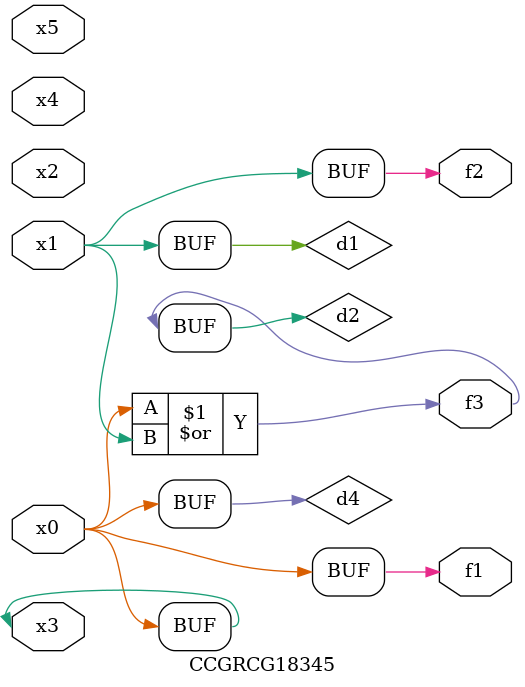
<source format=v>
module CCGRCG18345(
	input x0, x1, x2, x3, x4, x5,
	output f1, f2, f3
);

	wire d1, d2, d3, d4;

	and (d1, x1);
	or (d2, x0, x1);
	nand (d3, x0, x5);
	buf (d4, x0, x3);
	assign f1 = d4;
	assign f2 = d1;
	assign f3 = d2;
endmodule

</source>
